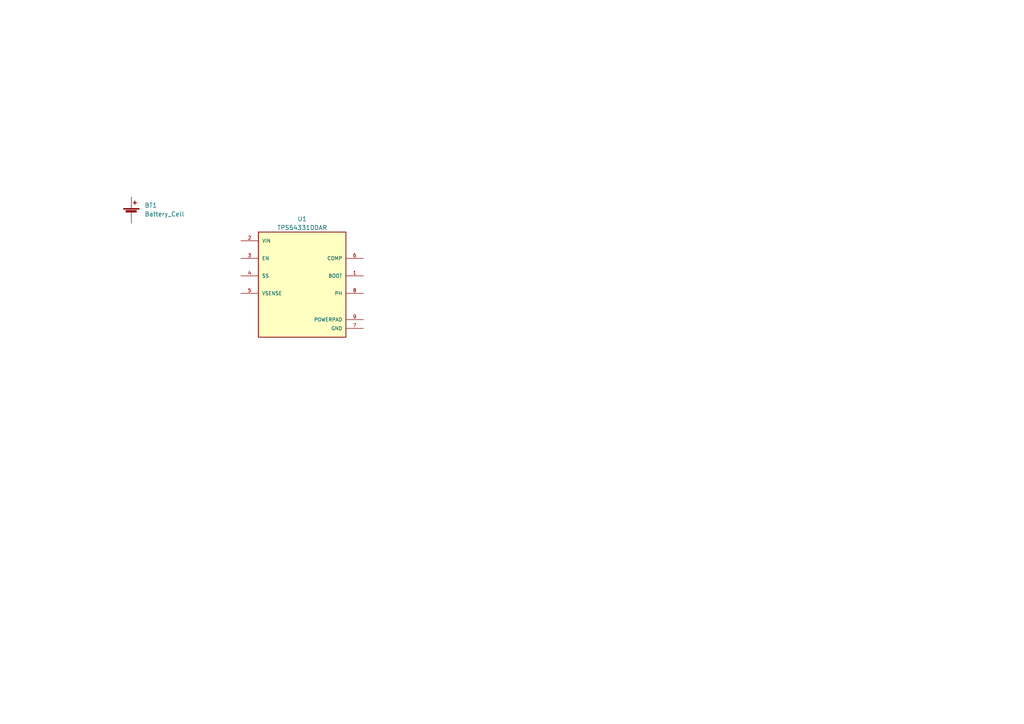
<source format=kicad_sch>
(kicad_sch (version 20230121) (generator eeschema)
  (paper "A4")
  (lib_symbols
    (symbol "Device:Battery_Cell" (pin_numbers hide) (pin_names (offset 0) hide)
      (property "Reference" "BT" (at 2.54 2.54 0))
      (property "Value" "Battery_Cell" (at 2.54 0 0))
      (symbol "Battery_Cell_0_1"
        (rectangle (start -2.286 1.778) (end 2.286 1.524) (fill (type outline)))
        (rectangle (start -1.5748 1.1938) (end 1.4732 0.6858) (fill (type outline)))
        (polyline (pts (xy 0 0.762) (xy 0 0)))
        (polyline (pts (xy 0 1.778) (xy 0 2.54)))
        (polyline (pts (xy 0.508 3.429) (xy 1.524 3.429)) (stroke (width 0.254)))
        (polyline (pts (xy 1.016 3.937) (xy 1.016 2.921)) (stroke (width 0.254)))
      )
      (symbol "Battery_Cell_1_1"
        (pin passive line (at 0 5.08 270) (length 2.54) (name "+") (number "1"))
        (pin passive line (at 0 -2.54 90) (length 2.54) (name "-") (number "2"))
      )
    )
    (symbol "JRC-silab:TPS54331DDAR" (pin_names (offset 1.016))
      (property "Reference" "U" (at -12.7 16.51 0))
      (property "Value" "TPS54331DDAR" (at -12.7 -16.51 0))
      (symbol "TPS54331DDAR_0_0"
        (rectangle (start -12.7 -15.24) (end 12.7 15.24) (stroke (width 0.254)) (fill (type background)))
        (pin output line (at 17.78 2.54 180) (length 5.08) (name "BOOT") (number "1"))
        (pin power_in line (at -17.78 12.7 0) (length 5.08) (name "VIN") (number "2"))
        (pin input line (at -17.78 7.62 0) (length 5.08) (name "EN") (number "3"))
        (pin input line (at -17.78 2.54 0) (length 5.08) (name "SS") (number "4"))
        (pin input line (at -17.78 -2.54 0) (length 5.08) (name "VSENSE") (number "5"))
        (pin output line (at 17.78 7.62 180) (length 5.08) (name "COMP") (number "6"))
        (pin power_in line (at 17.78 -12.7 180) (length 5.08) (name "GND") (number "7"))
        (pin output line (at 17.78 -2.54 180) (length 5.08) (name "PH") (number "8"))
        (pin power_in line (at 17.78 -10.16 180) (length 5.08) (name "POWERPAD") (number "9"))
      )
    )
  )
  (symbol (lib_id "Device:Battery_Cell") (at 38.1 62.23 0) (unit 1)
    (property "Reference" "BT1" (at 41.91 59.563 0) (effects (justify left)))
    (property "Value" "Battery_Cell" (at 41.91 62.103 0) (effects (justify left)))
  )
  (symbol (lib_id "JRC-silab:TPS54331DDAR") (at 87.63 82.55 0) (unit 1)
    (property "Reference" "U1" (at 87.63 63.5 0))
    (property "Value" "TPS54331DDAR" (at 87.63 66.04 0))
    (property "Footprint" "CONV_TPS54331DDAR" (effects hide))
    (property "MAXIMUM_PACKAGE_HEIGHT" "1.70 mm" (effects hide))
    (property "MANUFACTURER" "Texas Instruments" (effects hide))
    (property "PARTREV" "F" (effects hide))
    (property "STANDARD" "Manufacturer Recommendations" (effects hide))
  )
)
</source>
